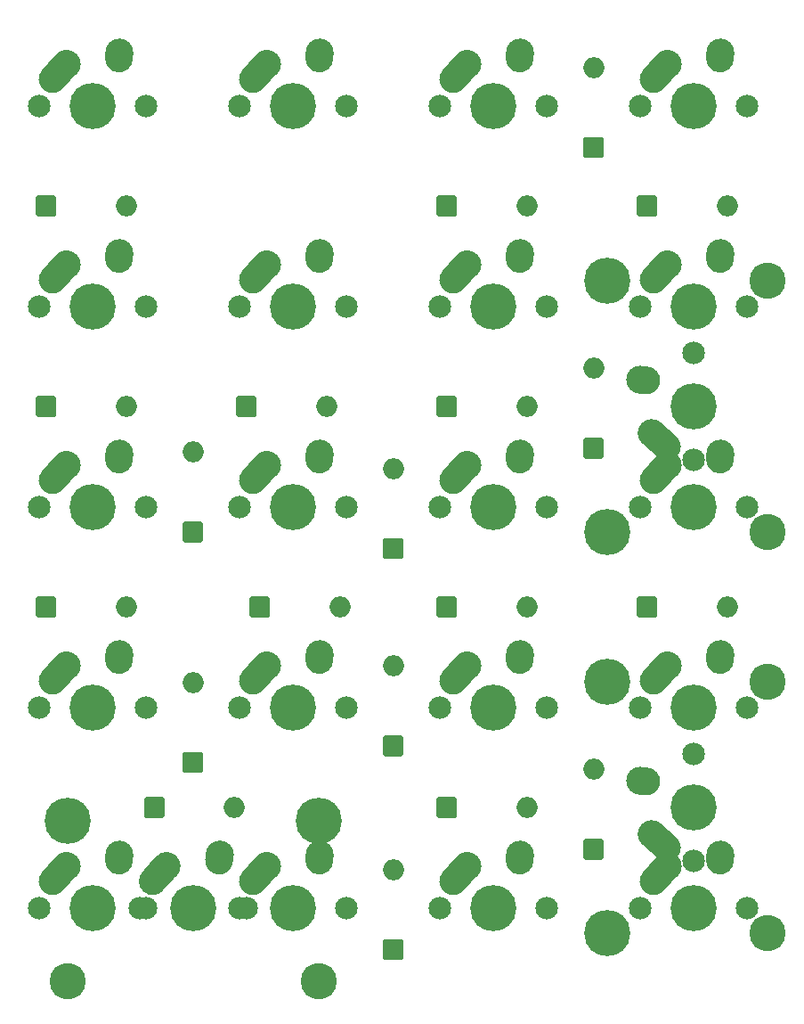
<source format=gbs>
G04 #@! TF.GenerationSoftware,KiCad,Pcbnew,5.1.10-5.1.10*
G04 #@! TF.CreationDate,2021-07-11T16:52:34+05:30*
G04 #@! TF.ProjectId,Soyuz,536f7975-7a2e-46b6-9963-61645f706362,rev?*
G04 #@! TF.SameCoordinates,Original*
G04 #@! TF.FileFunction,Soldermask,Bot*
G04 #@! TF.FilePolarity,Negative*
%FSLAX46Y46*%
G04 Gerber Fmt 4.6, Leading zero omitted, Abs format (unit mm)*
G04 Created by KiCad (PCBNEW 5.1.10-5.1.10) date 2021-07-11 16:52:34*
%MOMM*%
%LPD*%
G01*
G04 APERTURE LIST*
%ADD10C,2.150000*%
%ADD11C,2.650000*%
%ADD12C,4.387800*%
%ADD13C,3.448000*%
%ADD14O,2.000000X2.000000*%
G04 APERTURE END LIST*
D10*
X44767500Y-39687500D03*
X34607500Y-39687500D03*
D11*
X37187500Y-35687500D03*
D12*
X39687500Y-39687500D03*
G36*
G01*
X34992622Y-38133713D02*
X34992615Y-38133707D01*
G75*
G02*
X34891293Y-36262615I884885J986207D01*
G01*
X36201295Y-34802615D01*
G75*
G02*
X38072387Y-34701293I986207J-884885D01*
G01*
X38072387Y-34701293D01*
G75*
G02*
X38173709Y-36572385I-884885J-986207D01*
G01*
X36863707Y-38032385D01*
G75*
G02*
X34992615Y-38133707I-986207J884885D01*
G01*
G37*
D11*
X42227500Y-34607500D03*
G36*
G01*
X42097380Y-36509432D02*
X42096337Y-36509360D01*
G75*
G02*
X40865640Y-35096337I91163J1321860D01*
G01*
X40905640Y-34516337D01*
G75*
G02*
X42318663Y-33285640I1321860J-91163D01*
G01*
X42318663Y-33285640D01*
G75*
G02*
X43549360Y-34698663I-91163J-1321860D01*
G01*
X43509360Y-35278663D01*
G75*
G02*
X42096337Y-36509360I-1321860J91163D01*
G01*
G37*
D10*
X63817500Y-39687500D03*
X53657500Y-39687500D03*
D11*
X56237500Y-35687500D03*
D12*
X58737500Y-39687500D03*
G36*
G01*
X54042622Y-38133713D02*
X54042615Y-38133707D01*
G75*
G02*
X53941293Y-36262615I884885J986207D01*
G01*
X55251295Y-34802615D01*
G75*
G02*
X57122387Y-34701293I986207J-884885D01*
G01*
X57122387Y-34701293D01*
G75*
G02*
X57223709Y-36572385I-884885J-986207D01*
G01*
X55913707Y-38032385D01*
G75*
G02*
X54042615Y-38133707I-986207J884885D01*
G01*
G37*
D11*
X61277500Y-34607500D03*
G36*
G01*
X61147380Y-36509432D02*
X61146337Y-36509360D01*
G75*
G02*
X59915640Y-35096337I91163J1321860D01*
G01*
X59955640Y-34516337D01*
G75*
G02*
X61368663Y-33285640I1321860J-91163D01*
G01*
X61368663Y-33285640D01*
G75*
G02*
X62599360Y-34698663I-91163J-1321860D01*
G01*
X62559360Y-35278663D01*
G75*
G02*
X61146337Y-36509360I-1321860J91163D01*
G01*
G37*
D10*
X82867500Y-39687500D03*
X72707500Y-39687500D03*
D11*
X75287500Y-35687500D03*
D12*
X77787500Y-39687500D03*
G36*
G01*
X73092622Y-38133713D02*
X73092615Y-38133707D01*
G75*
G02*
X72991293Y-36262615I884885J986207D01*
G01*
X74301295Y-34802615D01*
G75*
G02*
X76172387Y-34701293I986207J-884885D01*
G01*
X76172387Y-34701293D01*
G75*
G02*
X76273709Y-36572385I-884885J-986207D01*
G01*
X74963707Y-38032385D01*
G75*
G02*
X73092615Y-38133707I-986207J884885D01*
G01*
G37*
D11*
X80327500Y-34607500D03*
G36*
G01*
X80197380Y-36509432D02*
X80196337Y-36509360D01*
G75*
G02*
X78965640Y-35096337I91163J1321860D01*
G01*
X79005640Y-34516337D01*
G75*
G02*
X80418663Y-33285640I1321860J-91163D01*
G01*
X80418663Y-33285640D01*
G75*
G02*
X81649360Y-34698663I-91163J-1321860D01*
G01*
X81609360Y-35278663D01*
G75*
G02*
X80196337Y-36509360I-1321860J91163D01*
G01*
G37*
D10*
X101917500Y-39687500D03*
X91757500Y-39687500D03*
D11*
X94337500Y-35687500D03*
D12*
X96837500Y-39687500D03*
G36*
G01*
X92142622Y-38133713D02*
X92142615Y-38133707D01*
G75*
G02*
X92041293Y-36262615I884885J986207D01*
G01*
X93351295Y-34802615D01*
G75*
G02*
X95222387Y-34701293I986207J-884885D01*
G01*
X95222387Y-34701293D01*
G75*
G02*
X95323709Y-36572385I-884885J-986207D01*
G01*
X94013707Y-38032385D01*
G75*
G02*
X92142615Y-38133707I-986207J884885D01*
G01*
G37*
D11*
X99377500Y-34607500D03*
G36*
G01*
X99247380Y-36509432D02*
X99246337Y-36509360D01*
G75*
G02*
X98015640Y-35096337I91163J1321860D01*
G01*
X98055640Y-34516337D01*
G75*
G02*
X99468663Y-33285640I1321860J-91163D01*
G01*
X99468663Y-33285640D01*
G75*
G02*
X100699360Y-34698663I-91163J-1321860D01*
G01*
X100659360Y-35278663D01*
G75*
G02*
X99246337Y-36509360I-1321860J91163D01*
G01*
G37*
D10*
X44767500Y-58737500D03*
X34607500Y-58737500D03*
D11*
X37187500Y-54737500D03*
D12*
X39687500Y-58737500D03*
G36*
G01*
X34992622Y-57183713D02*
X34992615Y-57183707D01*
G75*
G02*
X34891293Y-55312615I884885J986207D01*
G01*
X36201295Y-53852615D01*
G75*
G02*
X38072387Y-53751293I986207J-884885D01*
G01*
X38072387Y-53751293D01*
G75*
G02*
X38173709Y-55622385I-884885J-986207D01*
G01*
X36863707Y-57082385D01*
G75*
G02*
X34992615Y-57183707I-986207J884885D01*
G01*
G37*
D11*
X42227500Y-53657500D03*
G36*
G01*
X42097380Y-55559432D02*
X42096337Y-55559360D01*
G75*
G02*
X40865640Y-54146337I91163J1321860D01*
G01*
X40905640Y-53566337D01*
G75*
G02*
X42318663Y-52335640I1321860J-91163D01*
G01*
X42318663Y-52335640D01*
G75*
G02*
X43549360Y-53748663I-91163J-1321860D01*
G01*
X43509360Y-54328663D01*
G75*
G02*
X42096337Y-55559360I-1321860J91163D01*
G01*
G37*
D10*
X63817500Y-58737500D03*
X53657500Y-58737500D03*
D11*
X56237500Y-54737500D03*
D12*
X58737500Y-58737500D03*
G36*
G01*
X54042622Y-57183713D02*
X54042615Y-57183707D01*
G75*
G02*
X53941293Y-55312615I884885J986207D01*
G01*
X55251295Y-53852615D01*
G75*
G02*
X57122387Y-53751293I986207J-884885D01*
G01*
X57122387Y-53751293D01*
G75*
G02*
X57223709Y-55622385I-884885J-986207D01*
G01*
X55913707Y-57082385D01*
G75*
G02*
X54042615Y-57183707I-986207J884885D01*
G01*
G37*
D11*
X61277500Y-53657500D03*
G36*
G01*
X61147380Y-55559432D02*
X61146337Y-55559360D01*
G75*
G02*
X59915640Y-54146337I91163J1321860D01*
G01*
X59955640Y-53566337D01*
G75*
G02*
X61368663Y-52335640I1321860J-91163D01*
G01*
X61368663Y-52335640D01*
G75*
G02*
X62599360Y-53748663I-91163J-1321860D01*
G01*
X62559360Y-54328663D01*
G75*
G02*
X61146337Y-55559360I-1321860J91163D01*
G01*
G37*
D10*
X82867500Y-58737500D03*
X72707500Y-58737500D03*
D11*
X75287500Y-54737500D03*
D12*
X77787500Y-58737500D03*
G36*
G01*
X73092622Y-57183713D02*
X73092615Y-57183707D01*
G75*
G02*
X72991293Y-55312615I884885J986207D01*
G01*
X74301295Y-53852615D01*
G75*
G02*
X76172387Y-53751293I986207J-884885D01*
G01*
X76172387Y-53751293D01*
G75*
G02*
X76273709Y-55622385I-884885J-986207D01*
G01*
X74963707Y-57082385D01*
G75*
G02*
X73092615Y-57183707I-986207J884885D01*
G01*
G37*
D11*
X80327500Y-53657500D03*
G36*
G01*
X80197380Y-55559432D02*
X80196337Y-55559360D01*
G75*
G02*
X78965640Y-54146337I91163J1321860D01*
G01*
X79005640Y-53566337D01*
G75*
G02*
X80418663Y-52335640I1321860J-91163D01*
G01*
X80418663Y-52335640D01*
G75*
G02*
X81649360Y-53748663I-91163J-1321860D01*
G01*
X81609360Y-54328663D01*
G75*
G02*
X80196337Y-55559360I-1321860J91163D01*
G01*
G37*
D10*
X101917500Y-58737500D03*
X91757500Y-58737500D03*
D11*
X94337500Y-54737500D03*
D12*
X96837500Y-58737500D03*
G36*
G01*
X92142622Y-57183713D02*
X92142615Y-57183707D01*
G75*
G02*
X92041293Y-55312615I884885J986207D01*
G01*
X93351295Y-53852615D01*
G75*
G02*
X95222387Y-53751293I986207J-884885D01*
G01*
X95222387Y-53751293D01*
G75*
G02*
X95323709Y-55622385I-884885J-986207D01*
G01*
X94013707Y-57082385D01*
G75*
G02*
X92142615Y-57183707I-986207J884885D01*
G01*
G37*
D11*
X99377500Y-53657500D03*
G36*
G01*
X99247380Y-55559432D02*
X99246337Y-55559360D01*
G75*
G02*
X98015640Y-54146337I91163J1321860D01*
G01*
X98055640Y-53566337D01*
G75*
G02*
X99468663Y-52335640I1321860J-91163D01*
G01*
X99468663Y-52335640D01*
G75*
G02*
X100699360Y-53748663I-91163J-1321860D01*
G01*
X100659360Y-54328663D01*
G75*
G02*
X99246337Y-55559360I-1321860J91163D01*
G01*
G37*
D12*
X88582500Y-56324500D03*
X88582500Y-80200500D03*
D13*
X103822500Y-56324500D03*
X103822500Y-80200500D03*
D10*
X96837500Y-63182500D03*
X96837500Y-73342500D03*
D11*
X92837500Y-70762500D03*
D12*
X96837500Y-68262500D03*
G36*
G01*
X95283713Y-72957378D02*
X95283707Y-72957385D01*
G75*
G02*
X93412615Y-73058707I-986207J884885D01*
G01*
X91952615Y-71748705D01*
G75*
G02*
X91851293Y-69877613I884885J986207D01*
G01*
X91851293Y-69877613D01*
G75*
G02*
X93722385Y-69776291I986207J-884885D01*
G01*
X95182385Y-71086293D01*
G75*
G02*
X95283707Y-72957385I-884885J-986207D01*
G01*
G37*
D11*
X91757500Y-65722500D03*
G36*
G01*
X93659432Y-65852620D02*
X93659360Y-65853663D01*
G75*
G02*
X92246337Y-67084360I-1321860J91163D01*
G01*
X91666337Y-67044360D01*
G75*
G02*
X90435640Y-65631337I91163J1321860D01*
G01*
X90435640Y-65631337D01*
G75*
G02*
X91848663Y-64400640I1321860J-91163D01*
G01*
X92428663Y-64440640D01*
G75*
G02*
X93659360Y-65853663I-91163J-1321860D01*
G01*
G37*
D10*
X44767500Y-77787500D03*
X34607500Y-77787500D03*
D11*
X37187500Y-73787500D03*
D12*
X39687500Y-77787500D03*
G36*
G01*
X34992622Y-76233713D02*
X34992615Y-76233707D01*
G75*
G02*
X34891293Y-74362615I884885J986207D01*
G01*
X36201295Y-72902615D01*
G75*
G02*
X38072387Y-72801293I986207J-884885D01*
G01*
X38072387Y-72801293D01*
G75*
G02*
X38173709Y-74672385I-884885J-986207D01*
G01*
X36863707Y-76132385D01*
G75*
G02*
X34992615Y-76233707I-986207J884885D01*
G01*
G37*
D11*
X42227500Y-72707500D03*
G36*
G01*
X42097380Y-74609432D02*
X42096337Y-74609360D01*
G75*
G02*
X40865640Y-73196337I91163J1321860D01*
G01*
X40905640Y-72616337D01*
G75*
G02*
X42318663Y-71385640I1321860J-91163D01*
G01*
X42318663Y-71385640D01*
G75*
G02*
X43549360Y-72798663I-91163J-1321860D01*
G01*
X43509360Y-73378663D01*
G75*
G02*
X42096337Y-74609360I-1321860J91163D01*
G01*
G37*
D10*
X63817500Y-77787500D03*
X53657500Y-77787500D03*
D11*
X56237500Y-73787500D03*
D12*
X58737500Y-77787500D03*
G36*
G01*
X54042622Y-76233713D02*
X54042615Y-76233707D01*
G75*
G02*
X53941293Y-74362615I884885J986207D01*
G01*
X55251295Y-72902615D01*
G75*
G02*
X57122387Y-72801293I986207J-884885D01*
G01*
X57122387Y-72801293D01*
G75*
G02*
X57223709Y-74672385I-884885J-986207D01*
G01*
X55913707Y-76132385D01*
G75*
G02*
X54042615Y-76233707I-986207J884885D01*
G01*
G37*
D11*
X61277500Y-72707500D03*
G36*
G01*
X61147380Y-74609432D02*
X61146337Y-74609360D01*
G75*
G02*
X59915640Y-73196337I91163J1321860D01*
G01*
X59955640Y-72616337D01*
G75*
G02*
X61368663Y-71385640I1321860J-91163D01*
G01*
X61368663Y-71385640D01*
G75*
G02*
X62599360Y-72798663I-91163J-1321860D01*
G01*
X62559360Y-73378663D01*
G75*
G02*
X61146337Y-74609360I-1321860J91163D01*
G01*
G37*
D10*
X82867500Y-77787500D03*
X72707500Y-77787500D03*
D11*
X75287500Y-73787500D03*
D12*
X77787500Y-77787500D03*
G36*
G01*
X73092622Y-76233713D02*
X73092615Y-76233707D01*
G75*
G02*
X72991293Y-74362615I884885J986207D01*
G01*
X74301295Y-72902615D01*
G75*
G02*
X76172387Y-72801293I986207J-884885D01*
G01*
X76172387Y-72801293D01*
G75*
G02*
X76273709Y-74672385I-884885J-986207D01*
G01*
X74963707Y-76132385D01*
G75*
G02*
X73092615Y-76233707I-986207J884885D01*
G01*
G37*
D11*
X80327500Y-72707500D03*
G36*
G01*
X80197380Y-74609432D02*
X80196337Y-74609360D01*
G75*
G02*
X78965640Y-73196337I91163J1321860D01*
G01*
X79005640Y-72616337D01*
G75*
G02*
X80418663Y-71385640I1321860J-91163D01*
G01*
X80418663Y-71385640D01*
G75*
G02*
X81649360Y-72798663I-91163J-1321860D01*
G01*
X81609360Y-73378663D01*
G75*
G02*
X80196337Y-74609360I-1321860J91163D01*
G01*
G37*
D10*
X101917500Y-77787500D03*
X91757500Y-77787500D03*
D11*
X94337500Y-73787500D03*
D12*
X96837500Y-77787500D03*
G36*
G01*
X92142622Y-76233713D02*
X92142615Y-76233707D01*
G75*
G02*
X92041293Y-74362615I884885J986207D01*
G01*
X93351295Y-72902615D01*
G75*
G02*
X95222387Y-72801293I986207J-884885D01*
G01*
X95222387Y-72801293D01*
G75*
G02*
X95323709Y-74672385I-884885J-986207D01*
G01*
X94013707Y-76132385D01*
G75*
G02*
X92142615Y-76233707I-986207J884885D01*
G01*
G37*
D11*
X99377500Y-72707500D03*
G36*
G01*
X99247380Y-74609432D02*
X99246337Y-74609360D01*
G75*
G02*
X98015640Y-73196337I91163J1321860D01*
G01*
X98055640Y-72616337D01*
G75*
G02*
X99468663Y-71385640I1321860J-91163D01*
G01*
X99468663Y-71385640D01*
G75*
G02*
X100699360Y-72798663I-91163J-1321860D01*
G01*
X100659360Y-73378663D01*
G75*
G02*
X99246337Y-74609360I-1321860J91163D01*
G01*
G37*
D10*
X44767500Y-96837500D03*
X34607500Y-96837500D03*
D11*
X37187500Y-92837500D03*
D12*
X39687500Y-96837500D03*
G36*
G01*
X34992622Y-95283713D02*
X34992615Y-95283707D01*
G75*
G02*
X34891293Y-93412615I884885J986207D01*
G01*
X36201295Y-91952615D01*
G75*
G02*
X38072387Y-91851293I986207J-884885D01*
G01*
X38072387Y-91851293D01*
G75*
G02*
X38173709Y-93722385I-884885J-986207D01*
G01*
X36863707Y-95182385D01*
G75*
G02*
X34992615Y-95283707I-986207J884885D01*
G01*
G37*
D11*
X42227500Y-91757500D03*
G36*
G01*
X42097380Y-93659432D02*
X42096337Y-93659360D01*
G75*
G02*
X40865640Y-92246337I91163J1321860D01*
G01*
X40905640Y-91666337D01*
G75*
G02*
X42318663Y-90435640I1321860J-91163D01*
G01*
X42318663Y-90435640D01*
G75*
G02*
X43549360Y-91848663I-91163J-1321860D01*
G01*
X43509360Y-92428663D01*
G75*
G02*
X42096337Y-93659360I-1321860J91163D01*
G01*
G37*
D10*
X63817500Y-96837500D03*
X53657500Y-96837500D03*
D11*
X56237500Y-92837500D03*
D12*
X58737500Y-96837500D03*
G36*
G01*
X54042622Y-95283713D02*
X54042615Y-95283707D01*
G75*
G02*
X53941293Y-93412615I884885J986207D01*
G01*
X55251295Y-91952615D01*
G75*
G02*
X57122387Y-91851293I986207J-884885D01*
G01*
X57122387Y-91851293D01*
G75*
G02*
X57223709Y-93722385I-884885J-986207D01*
G01*
X55913707Y-95182385D01*
G75*
G02*
X54042615Y-95283707I-986207J884885D01*
G01*
G37*
D11*
X61277500Y-91757500D03*
G36*
G01*
X61147380Y-93659432D02*
X61146337Y-93659360D01*
G75*
G02*
X59915640Y-92246337I91163J1321860D01*
G01*
X59955640Y-91666337D01*
G75*
G02*
X61368663Y-90435640I1321860J-91163D01*
G01*
X61368663Y-90435640D01*
G75*
G02*
X62599360Y-91848663I-91163J-1321860D01*
G01*
X62559360Y-92428663D01*
G75*
G02*
X61146337Y-93659360I-1321860J91163D01*
G01*
G37*
D10*
X82867500Y-96837500D03*
X72707500Y-96837500D03*
D11*
X75287500Y-92837500D03*
D12*
X77787500Y-96837500D03*
G36*
G01*
X73092622Y-95283713D02*
X73092615Y-95283707D01*
G75*
G02*
X72991293Y-93412615I884885J986207D01*
G01*
X74301295Y-91952615D01*
G75*
G02*
X76172387Y-91851293I986207J-884885D01*
G01*
X76172387Y-91851293D01*
G75*
G02*
X76273709Y-93722385I-884885J-986207D01*
G01*
X74963707Y-95182385D01*
G75*
G02*
X73092615Y-95283707I-986207J884885D01*
G01*
G37*
D11*
X80327500Y-91757500D03*
G36*
G01*
X80197380Y-93659432D02*
X80196337Y-93659360D01*
G75*
G02*
X78965640Y-92246337I91163J1321860D01*
G01*
X79005640Y-91666337D01*
G75*
G02*
X80418663Y-90435640I1321860J-91163D01*
G01*
X80418663Y-90435640D01*
G75*
G02*
X81649360Y-91848663I-91163J-1321860D01*
G01*
X81609360Y-92428663D01*
G75*
G02*
X80196337Y-93659360I-1321860J91163D01*
G01*
G37*
D10*
X101917500Y-96837500D03*
X91757500Y-96837500D03*
D11*
X94337500Y-92837500D03*
D12*
X96837500Y-96837500D03*
G36*
G01*
X92142622Y-95283713D02*
X92142615Y-95283707D01*
G75*
G02*
X92041293Y-93412615I884885J986207D01*
G01*
X93351295Y-91952615D01*
G75*
G02*
X95222387Y-91851293I986207J-884885D01*
G01*
X95222387Y-91851293D01*
G75*
G02*
X95323709Y-93722385I-884885J-986207D01*
G01*
X94013707Y-95182385D01*
G75*
G02*
X92142615Y-95283707I-986207J884885D01*
G01*
G37*
D11*
X99377500Y-91757500D03*
G36*
G01*
X99247380Y-93659432D02*
X99246337Y-93659360D01*
G75*
G02*
X98015640Y-92246337I91163J1321860D01*
G01*
X98055640Y-91666337D01*
G75*
G02*
X99468663Y-90435640I1321860J-91163D01*
G01*
X99468663Y-90435640D01*
G75*
G02*
X100699360Y-91848663I-91163J-1321860D01*
G01*
X100659360Y-92428663D01*
G75*
G02*
X99246337Y-93659360I-1321860J91163D01*
G01*
G37*
D12*
X88582500Y-94424500D03*
X88582500Y-118300500D03*
D13*
X103822500Y-94424500D03*
X103822500Y-118300500D03*
D10*
X96837500Y-101282500D03*
X96837500Y-111442500D03*
D11*
X92837500Y-108862500D03*
D12*
X96837500Y-106362500D03*
G36*
G01*
X95283713Y-111057378D02*
X95283707Y-111057385D01*
G75*
G02*
X93412615Y-111158707I-986207J884885D01*
G01*
X91952615Y-109848705D01*
G75*
G02*
X91851293Y-107977613I884885J986207D01*
G01*
X91851293Y-107977613D01*
G75*
G02*
X93722385Y-107876291I986207J-884885D01*
G01*
X95182385Y-109186293D01*
G75*
G02*
X95283707Y-111057385I-884885J-986207D01*
G01*
G37*
D11*
X91757500Y-103822500D03*
G36*
G01*
X93659432Y-103952620D02*
X93659360Y-103953663D01*
G75*
G02*
X92246337Y-105184360I-1321860J91163D01*
G01*
X91666337Y-105144360D01*
G75*
G02*
X90435640Y-103731337I91163J1321860D01*
G01*
X90435640Y-103731337D01*
G75*
G02*
X91848663Y-102500640I1321860J-91163D01*
G01*
X92428663Y-102540640D01*
G75*
G02*
X93659360Y-103953663I-91163J-1321860D01*
G01*
G37*
D10*
X44767500Y-115887500D03*
X34607500Y-115887500D03*
D11*
X37187500Y-111887500D03*
D12*
X39687500Y-115887500D03*
G36*
G01*
X34992622Y-114333713D02*
X34992615Y-114333707D01*
G75*
G02*
X34891293Y-112462615I884885J986207D01*
G01*
X36201295Y-111002615D01*
G75*
G02*
X38072387Y-110901293I986207J-884885D01*
G01*
X38072387Y-110901293D01*
G75*
G02*
X38173709Y-112772385I-884885J-986207D01*
G01*
X36863707Y-114232385D01*
G75*
G02*
X34992615Y-114333707I-986207J884885D01*
G01*
G37*
D11*
X42227500Y-110807500D03*
G36*
G01*
X42097380Y-112709432D02*
X42096337Y-112709360D01*
G75*
G02*
X40865640Y-111296337I91163J1321860D01*
G01*
X40905640Y-110716337D01*
G75*
G02*
X42318663Y-109485640I1321860J-91163D01*
G01*
X42318663Y-109485640D01*
G75*
G02*
X43549360Y-110898663I-91163J-1321860D01*
G01*
X43509360Y-111478663D01*
G75*
G02*
X42096337Y-112709360I-1321860J91163D01*
G01*
G37*
D10*
X63817500Y-115887500D03*
X53657500Y-115887500D03*
D11*
X56237500Y-111887500D03*
D12*
X58737500Y-115887500D03*
G36*
G01*
X54042622Y-114333713D02*
X54042615Y-114333707D01*
G75*
G02*
X53941293Y-112462615I884885J986207D01*
G01*
X55251295Y-111002615D01*
G75*
G02*
X57122387Y-110901293I986207J-884885D01*
G01*
X57122387Y-110901293D01*
G75*
G02*
X57223709Y-112772385I-884885J-986207D01*
G01*
X55913707Y-114232385D01*
G75*
G02*
X54042615Y-114333707I-986207J884885D01*
G01*
G37*
D11*
X61277500Y-110807500D03*
G36*
G01*
X61147380Y-112709432D02*
X61146337Y-112709360D01*
G75*
G02*
X59915640Y-111296337I91163J1321860D01*
G01*
X59955640Y-110716337D01*
G75*
G02*
X61368663Y-109485640I1321860J-91163D01*
G01*
X61368663Y-109485640D01*
G75*
G02*
X62599360Y-110898663I-91163J-1321860D01*
G01*
X62559360Y-111478663D01*
G75*
G02*
X61146337Y-112709360I-1321860J91163D01*
G01*
G37*
D10*
X82867500Y-115887500D03*
X72707500Y-115887500D03*
D11*
X75287500Y-111887500D03*
D12*
X77787500Y-115887500D03*
G36*
G01*
X73092622Y-114333713D02*
X73092615Y-114333707D01*
G75*
G02*
X72991293Y-112462615I884885J986207D01*
G01*
X74301295Y-111002615D01*
G75*
G02*
X76172387Y-110901293I986207J-884885D01*
G01*
X76172387Y-110901293D01*
G75*
G02*
X76273709Y-112772385I-884885J-986207D01*
G01*
X74963707Y-114232385D01*
G75*
G02*
X73092615Y-114333707I-986207J884885D01*
G01*
G37*
D11*
X80327500Y-110807500D03*
G36*
G01*
X80197380Y-112709432D02*
X80196337Y-112709360D01*
G75*
G02*
X78965640Y-111296337I91163J1321860D01*
G01*
X79005640Y-110716337D01*
G75*
G02*
X80418663Y-109485640I1321860J-91163D01*
G01*
X80418663Y-109485640D01*
G75*
G02*
X81649360Y-110898663I-91163J-1321860D01*
G01*
X81609360Y-111478663D01*
G75*
G02*
X80196337Y-112709360I-1321860J91163D01*
G01*
G37*
D10*
X101917500Y-115887500D03*
X91757500Y-115887500D03*
D11*
X94337500Y-111887500D03*
D12*
X96837500Y-115887500D03*
G36*
G01*
X92142622Y-114333713D02*
X92142615Y-114333707D01*
G75*
G02*
X92041293Y-112462615I884885J986207D01*
G01*
X93351295Y-111002615D01*
G75*
G02*
X95222387Y-110901293I986207J-884885D01*
G01*
X95222387Y-110901293D01*
G75*
G02*
X95323709Y-112772385I-884885J-986207D01*
G01*
X94013707Y-114232385D01*
G75*
G02*
X92142615Y-114333707I-986207J884885D01*
G01*
G37*
D11*
X99377500Y-110807500D03*
G36*
G01*
X99247380Y-112709432D02*
X99246337Y-112709360D01*
G75*
G02*
X98015640Y-111296337I91163J1321860D01*
G01*
X98055640Y-110716337D01*
G75*
G02*
X99468663Y-109485640I1321860J-91163D01*
G01*
X99468663Y-109485640D01*
G75*
G02*
X100699360Y-110898663I-91163J-1321860D01*
G01*
X100659360Y-111478663D01*
G75*
G02*
X99246337Y-112709360I-1321860J91163D01*
G01*
G37*
D12*
X61150500Y-107632500D03*
X37274500Y-107632500D03*
D13*
X61150500Y-122872500D03*
X37274500Y-122872500D03*
D10*
X54292500Y-115887500D03*
X44132500Y-115887500D03*
D11*
X46712500Y-111887500D03*
D12*
X49212500Y-115887500D03*
G36*
G01*
X44517622Y-114333713D02*
X44517615Y-114333707D01*
G75*
G02*
X44416293Y-112462615I884885J986207D01*
G01*
X45726295Y-111002615D01*
G75*
G02*
X47597387Y-110901293I986207J-884885D01*
G01*
X47597387Y-110901293D01*
G75*
G02*
X47698709Y-112772385I-884885J-986207D01*
G01*
X46388707Y-114232385D01*
G75*
G02*
X44517615Y-114333707I-986207J884885D01*
G01*
G37*
D11*
X51752500Y-110807500D03*
G36*
G01*
X51622380Y-112709432D02*
X51621337Y-112709360D01*
G75*
G02*
X50390640Y-111296337I91163J1321860D01*
G01*
X50430640Y-110716337D01*
G75*
G02*
X51843663Y-109485640I1321860J-91163D01*
G01*
X51843663Y-109485640D01*
G75*
G02*
X53074360Y-110898663I-91163J-1321860D01*
G01*
X53034360Y-111478663D01*
G75*
G02*
X51621337Y-112709360I-1321860J91163D01*
G01*
G37*
D14*
X42862500Y-49212500D03*
G36*
G01*
X34242500Y-50012500D02*
X34242500Y-48412500D01*
G75*
G02*
X34442500Y-48212500I200000J0D01*
G01*
X36042500Y-48212500D01*
G75*
G02*
X36242500Y-48412500I0J-200000D01*
G01*
X36242500Y-50012500D01*
G75*
G02*
X36042500Y-50212500I-200000J0D01*
G01*
X34442500Y-50212500D01*
G75*
G02*
X34242500Y-50012500I0J200000D01*
G01*
G37*
X61912500Y-68262500D03*
G36*
G01*
X53292500Y-69062500D02*
X53292500Y-67462500D01*
G75*
G02*
X53492500Y-67262500I200000J0D01*
G01*
X55092500Y-67262500D01*
G75*
G02*
X55292500Y-67462500I0J-200000D01*
G01*
X55292500Y-69062500D01*
G75*
G02*
X55092500Y-69262500I-200000J0D01*
G01*
X53492500Y-69262500D01*
G75*
G02*
X53292500Y-69062500I0J200000D01*
G01*
G37*
X87312500Y-36036250D03*
G36*
G01*
X88112500Y-44656250D02*
X86512500Y-44656250D01*
G75*
G02*
X86312500Y-44456250I0J200000D01*
G01*
X86312500Y-42856250D01*
G75*
G02*
X86512500Y-42656250I200000J0D01*
G01*
X88112500Y-42656250D01*
G75*
G02*
X88312500Y-42856250I0J-200000D01*
G01*
X88312500Y-44456250D01*
G75*
G02*
X88112500Y-44656250I-200000J0D01*
G01*
G37*
G36*
G01*
X91392500Y-50012500D02*
X91392500Y-48412500D01*
G75*
G02*
X91592500Y-48212500I200000J0D01*
G01*
X93192500Y-48212500D01*
G75*
G02*
X93392500Y-48412500I0J-200000D01*
G01*
X93392500Y-50012500D01*
G75*
G02*
X93192500Y-50212500I-200000J0D01*
G01*
X91592500Y-50212500D01*
G75*
G02*
X91392500Y-50012500I0J200000D01*
G01*
G37*
X100012500Y-49212500D03*
X42862500Y-68262500D03*
G36*
G01*
X34242500Y-69062500D02*
X34242500Y-67462500D01*
G75*
G02*
X34442500Y-67262500I200000J0D01*
G01*
X36042500Y-67262500D01*
G75*
G02*
X36242500Y-67462500I0J-200000D01*
G01*
X36242500Y-69062500D01*
G75*
G02*
X36042500Y-69262500I-200000J0D01*
G01*
X34442500Y-69262500D01*
G75*
G02*
X34242500Y-69062500I0J200000D01*
G01*
G37*
G36*
G01*
X72342500Y-69062500D02*
X72342500Y-67462500D01*
G75*
G02*
X72542500Y-67262500I200000J0D01*
G01*
X74142500Y-67262500D01*
G75*
G02*
X74342500Y-67462500I0J-200000D01*
G01*
X74342500Y-69062500D01*
G75*
G02*
X74142500Y-69262500I-200000J0D01*
G01*
X72542500Y-69262500D01*
G75*
G02*
X72342500Y-69062500I0J200000D01*
G01*
G37*
X80962500Y-68262500D03*
X80962500Y-49212500D03*
G36*
G01*
X72342500Y-50012500D02*
X72342500Y-48412500D01*
G75*
G02*
X72542500Y-48212500I200000J0D01*
G01*
X74142500Y-48212500D01*
G75*
G02*
X74342500Y-48412500I0J-200000D01*
G01*
X74342500Y-50012500D01*
G75*
G02*
X74142500Y-50212500I-200000J0D01*
G01*
X72542500Y-50212500D01*
G75*
G02*
X72342500Y-50012500I0J200000D01*
G01*
G37*
G36*
G01*
X88112500Y-73231250D02*
X86512500Y-73231250D01*
G75*
G02*
X86312500Y-73031250I0J200000D01*
G01*
X86312500Y-71431250D01*
G75*
G02*
X86512500Y-71231250I200000J0D01*
G01*
X88112500Y-71231250D01*
G75*
G02*
X88312500Y-71431250I0J-200000D01*
G01*
X88312500Y-73031250D01*
G75*
G02*
X88112500Y-73231250I-200000J0D01*
G01*
G37*
X87312500Y-64611250D03*
X49212500Y-72548750D03*
G36*
G01*
X50012500Y-81168750D02*
X48412500Y-81168750D01*
G75*
G02*
X48212500Y-80968750I0J200000D01*
G01*
X48212500Y-79368750D01*
G75*
G02*
X48412500Y-79168750I200000J0D01*
G01*
X50012500Y-79168750D01*
G75*
G02*
X50212500Y-79368750I0J-200000D01*
G01*
X50212500Y-80968750D01*
G75*
G02*
X50012500Y-81168750I-200000J0D01*
G01*
G37*
G36*
G01*
X69062500Y-82756250D02*
X67462500Y-82756250D01*
G75*
G02*
X67262500Y-82556250I0J200000D01*
G01*
X67262500Y-80956250D01*
G75*
G02*
X67462500Y-80756250I200000J0D01*
G01*
X69062500Y-80756250D01*
G75*
G02*
X69262500Y-80956250I0J-200000D01*
G01*
X69262500Y-82556250D01*
G75*
G02*
X69062500Y-82756250I-200000J0D01*
G01*
G37*
X68262500Y-74136250D03*
X63182500Y-87312500D03*
G36*
G01*
X54562500Y-88112500D02*
X54562500Y-86512500D01*
G75*
G02*
X54762500Y-86312500I200000J0D01*
G01*
X56362500Y-86312500D01*
G75*
G02*
X56562500Y-86512500I0J-200000D01*
G01*
X56562500Y-88112500D01*
G75*
G02*
X56362500Y-88312500I-200000J0D01*
G01*
X54762500Y-88312500D01*
G75*
G02*
X54562500Y-88112500I0J200000D01*
G01*
G37*
G36*
G01*
X91392500Y-88112500D02*
X91392500Y-86512500D01*
G75*
G02*
X91592500Y-86312500I200000J0D01*
G01*
X93192500Y-86312500D01*
G75*
G02*
X93392500Y-86512500I0J-200000D01*
G01*
X93392500Y-88112500D01*
G75*
G02*
X93192500Y-88312500I-200000J0D01*
G01*
X91592500Y-88312500D01*
G75*
G02*
X91392500Y-88112500I0J200000D01*
G01*
G37*
X100012500Y-87312500D03*
X42862500Y-87312500D03*
G36*
G01*
X34242500Y-88112500D02*
X34242500Y-86512500D01*
G75*
G02*
X34442500Y-86312500I200000J0D01*
G01*
X36042500Y-86312500D01*
G75*
G02*
X36242500Y-86512500I0J-200000D01*
G01*
X36242500Y-88112500D01*
G75*
G02*
X36042500Y-88312500I-200000J0D01*
G01*
X34442500Y-88312500D01*
G75*
G02*
X34242500Y-88112500I0J200000D01*
G01*
G37*
X49212500Y-94456250D03*
G36*
G01*
X50012500Y-103076250D02*
X48412500Y-103076250D01*
G75*
G02*
X48212500Y-102876250I0J200000D01*
G01*
X48212500Y-101276250D01*
G75*
G02*
X48412500Y-101076250I200000J0D01*
G01*
X50012500Y-101076250D01*
G75*
G02*
X50212500Y-101276250I0J-200000D01*
G01*
X50212500Y-102876250D01*
G75*
G02*
X50012500Y-103076250I-200000J0D01*
G01*
G37*
X68262500Y-92868750D03*
G36*
G01*
X69062500Y-101488750D02*
X67462500Y-101488750D01*
G75*
G02*
X67262500Y-101288750I0J200000D01*
G01*
X67262500Y-99688750D01*
G75*
G02*
X67462500Y-99488750I200000J0D01*
G01*
X69062500Y-99488750D01*
G75*
G02*
X69262500Y-99688750I0J-200000D01*
G01*
X69262500Y-101288750D01*
G75*
G02*
X69062500Y-101488750I-200000J0D01*
G01*
G37*
G36*
G01*
X72342500Y-88112500D02*
X72342500Y-86512500D01*
G75*
G02*
X72542500Y-86312500I200000J0D01*
G01*
X74142500Y-86312500D01*
G75*
G02*
X74342500Y-86512500I0J-200000D01*
G01*
X74342500Y-88112500D01*
G75*
G02*
X74142500Y-88312500I-200000J0D01*
G01*
X72542500Y-88312500D01*
G75*
G02*
X72342500Y-88112500I0J200000D01*
G01*
G37*
X80962500Y-87312500D03*
X53181250Y-106362500D03*
G36*
G01*
X44561250Y-107162500D02*
X44561250Y-105562500D01*
G75*
G02*
X44761250Y-105362500I200000J0D01*
G01*
X46361250Y-105362500D01*
G75*
G02*
X46561250Y-105562500I0J-200000D01*
G01*
X46561250Y-107162500D01*
G75*
G02*
X46361250Y-107362500I-200000J0D01*
G01*
X44761250Y-107362500D01*
G75*
G02*
X44561250Y-107162500I0J200000D01*
G01*
G37*
G36*
G01*
X69062500Y-120856250D02*
X67462500Y-120856250D01*
G75*
G02*
X67262500Y-120656250I0J200000D01*
G01*
X67262500Y-119056250D01*
G75*
G02*
X67462500Y-118856250I200000J0D01*
G01*
X69062500Y-118856250D01*
G75*
G02*
X69262500Y-119056250I0J-200000D01*
G01*
X69262500Y-120656250D01*
G75*
G02*
X69062500Y-120856250I-200000J0D01*
G01*
G37*
X68262500Y-112236250D03*
G36*
G01*
X72342500Y-107162500D02*
X72342500Y-105562500D01*
G75*
G02*
X72542500Y-105362500I200000J0D01*
G01*
X74142500Y-105362500D01*
G75*
G02*
X74342500Y-105562500I0J-200000D01*
G01*
X74342500Y-107162500D01*
G75*
G02*
X74142500Y-107362500I-200000J0D01*
G01*
X72542500Y-107362500D01*
G75*
G02*
X72342500Y-107162500I0J200000D01*
G01*
G37*
X80962500Y-106362500D03*
G36*
G01*
X88112500Y-111331250D02*
X86512500Y-111331250D01*
G75*
G02*
X86312500Y-111131250I0J200000D01*
G01*
X86312500Y-109531250D01*
G75*
G02*
X86512500Y-109331250I200000J0D01*
G01*
X88112500Y-109331250D01*
G75*
G02*
X88312500Y-109531250I0J-200000D01*
G01*
X88312500Y-111131250D01*
G75*
G02*
X88112500Y-111331250I-200000J0D01*
G01*
G37*
X87312500Y-102711250D03*
M02*

</source>
